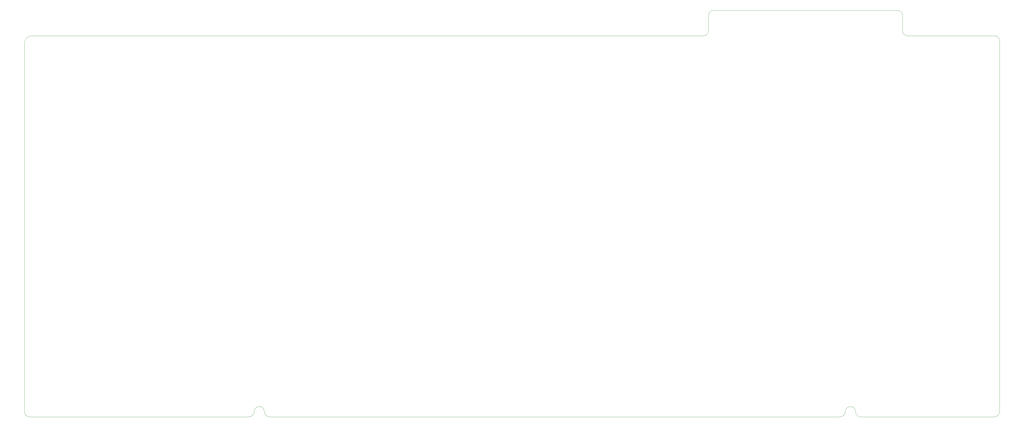
<source format=gbr>
G04 #@! TF.GenerationSoftware,KiCad,Pcbnew,(5.1.6)-1*
G04 #@! TF.CreationDate,2020-06-29T21:56:33+02:00*
G04 #@! TF.ProjectId,E80-1800-pcb-universal,4538302d-3138-4303-902d-7063622d756e,rev?*
G04 #@! TF.SameCoordinates,Original*
G04 #@! TF.FileFunction,Profile,NP*
%FSLAX46Y46*%
G04 Gerber Fmt 4.6, Leading zero omitted, Abs format (unit mm)*
G04 Created by KiCad (PCBNEW (5.1.6)-1) date 2020-06-29 21:56:33*
%MOMM*%
%LPD*%
G01*
G04 APERTURE LIST*
G04 #@! TA.AperFunction,Profile*
%ADD10C,0.050000*%
G04 #@! TD*
G04 APERTURE END LIST*
D10*
X81985992Y-130586992D02*
X305561992Y-130586992D01*
X73985992Y-130586992D02*
X-12000000Y-130586992D01*
X368000000Y-128586992D02*
X368000000Y17000000D01*
X313561992Y-130586992D02*
X366000000Y-130586992D01*
X-14000000Y-128586992D02*
X-14000000Y16000000D01*
X368000000Y-128586992D02*
G75*
G02*
X366000000Y-130586992I-2000000J0D01*
G01*
X-12000000Y-130586992D02*
G75*
G02*
X-14000000Y-128586992I0J2000000D01*
G01*
X75985992Y-128586992D02*
G75*
G02*
X73985992Y-130586992I-2000000J0D01*
G01*
X81985992Y-130586992D02*
G75*
G02*
X79985992Y-128586992I0J2000000D01*
G01*
X307561992Y-128586992D02*
G75*
G02*
X305561992Y-130586992I-2000000J0D01*
G01*
X313561992Y-130586992D02*
G75*
G02*
X311561992Y-128586992I0J2000000D01*
G01*
X307561992Y-128586992D02*
G75*
G02*
X311561992Y-128586992I2000000J0D01*
G01*
X75985992Y-128586992D02*
G75*
G02*
X79985992Y-128586992I2000000J0D01*
G01*
X252000000Y19000000D02*
X-11000000Y19000000D01*
X254000000Y27000000D02*
X254000000Y21000000D01*
X328000000Y29000000D02*
X256000000Y29000000D01*
X330000000Y21000000D02*
X330000000Y27000000D01*
X366000000Y19000000D02*
X332000000Y19000000D01*
X254000000Y21000000D02*
G75*
G02*
X252000000Y19000000I-2000000J0D01*
G01*
X-14000000Y16000000D02*
G75*
G02*
X-11000000Y19000000I3000000J0D01*
G01*
X366000000Y19000000D02*
G75*
G02*
X368000000Y17000000I0J-2000000D01*
G01*
X332000000Y19000000D02*
G75*
G02*
X330000000Y21000000I0J2000000D01*
G01*
X328000000Y29000000D02*
G75*
G02*
X330000000Y27000000I0J-2000000D01*
G01*
X254000000Y27000000D02*
G75*
G02*
X256000000Y29000000I2000000J0D01*
G01*
M02*

</source>
